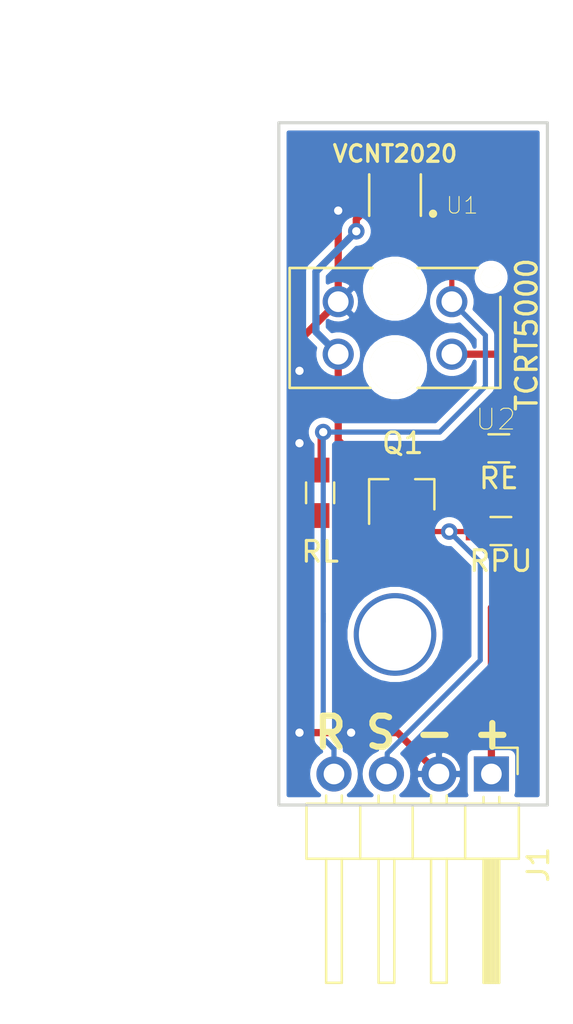
<source format=kicad_pcb>
(kicad_pcb (version 20221018) (generator pcbnew)
  (layers (0 "F.Cu" signal) (31 "B.Cu" signal) (34 "B.Paste" user) (35 "F.Paste" user) (36 "B.SilkS" user "B.Silkscreen") (37 "F.SilkS" user "F.Silkscreen") (38 "B.Mask" user) (39 "F.Mask" user) (44 "Edge.Cuts" user))
  (net 0 "")
  (net 1 "/VCC")
  (net 2 "/GND")
  (net 3 "/DRV")
  (net 4 "/RCV")
  (net 5 "Net-(Q1-Pad3)")
  (net 6 "Net-(Q1-Pad2)")
  (footprint "Resistors_SMD:R_0603_HandSoldering" (layer "F.Cu") (at 150.65 103 180)
    (fp_text reference "RE" (at 0 -1.45 180) (layer "F.SilkS"))
    (fp_text value "220")
    (fp_line (start -0.5 -0.68) (end 0.5 -0.68) (stroke (width 0.12)) (layer "F.SilkS"))
    (fp_line (start 0.5 0.68) (end -0.5 0.68) (stroke (width 0.12)) (layer "F.SilkS"))
    (pad "1" smd rect (at -1.1 0 180) (size 1.2 0.9) (layers "F.Cu" "F.Paste" "F.Mask") (net 1 "/VCC"))
    (pad "2" smd rect (at 1.1 0 180) (size 1.2 0.9) (layers "F.Cu" "F.Paste" "F.Mask") (net 5 "Net-(Q1-Pad3)"))
  )
  (footprint "Resistors_SMD:R_0603_HandSoldering" (layer "F.Cu") (at 142 105.15 -90)
    (fp_text reference "RL" (at 2.85 0) (layer "F.SilkS"))
    (fp_text value "10K")
    (fp_line (start -0.5 -0.68) (end 0.5 -0.68) (stroke (width 0.12)) (layer "F.SilkS"))
    (fp_line (start 0.5 0.68) (end -0.5 0.68) (stroke (width 0.12)) (layer "F.SilkS"))
    (pad "1" smd rect (at -1.1 0 270) (size 1.2 0.9) (layers "F.Cu" "F.Paste" "F.Mask") (net 4 "/RCV"))
    (pad "2" smd rect (at 1.1 0 270) (size 1.2 0.9) (layers "F.Cu" "F.Paste" "F.Mask") (net 2 "/GND"))
  )
  (footprint "Pin_Headers:Pin_Header_Angled_1x04_Pitch2.54mm" (layer "F.Cu") (at 150.29 118.75 -90)
    (fp_text reference "J1" (at 4.385 -2.27 90) (layer "F.SilkS"))
    (fp_text value "Conn_01x04_Female")
    (fp_line (start -1.27 -1.27) (end 0 -1.27) (stroke (width 0.12)) (layer "F.SilkS"))
    (fp_line (start -1.27 0) (end -1.27 -1.27) (stroke (width 0.12)) (layer "F.SilkS"))
    (fp_line (start 1.042929 2.16) (end 1.44 2.16) (stroke (width 0.12)) (layer "F.SilkS"))
    (fp_line (start 1.042929 2.92) (end 1.44 2.92) (stroke (width 0.12)) (layer "F.SilkS"))
    (fp_line (start 1.042929 4.7) (end 1.44 4.7) (stroke (width 0.12)) (layer "F.SilkS"))
    (fp_line (start 1.042929 5.46) (end 1.44 5.46) (stroke (width 0.12)) (layer "F.SilkS"))
    (fp_line (start 1.042929 7.24) (end 1.44 7.24) (stroke (width 0.12)) (layer "F.SilkS"))
    (fp_line (start 1.042929 8) (end 1.44 8) (stroke (width 0.12)) (layer "F.SilkS"))
    (fp_line (start 1.11 -0.38) (end 1.44 -0.38) (stroke (width 0.12)) (layer "F.SilkS"))
    (fp_line (start 1.11 0.38) (end 1.44 0.38) (stroke (width 0.12)) (layer "F.SilkS"))
    (fp_line (start 1.44 -1.33) (end 1.44 8.95) (stroke (width 0.12)) (layer "F.SilkS"))
    (fp_line (start 1.44 1.27) (end 4.1 1.27) (stroke (width 0.12)) (layer "F.SilkS"))
    (fp_line (start 1.44 3.81) (end 4.1 3.81) (stroke (width 0.12)) (layer "F.SilkS"))
    (fp_line (start 1.44 6.35) (end 4.1 6.35) (stroke (width 0.12)) (layer "F.SilkS"))
    (fp_line (start 1.44 8.95) (end 4.1 8.95) (stroke (width 0.12)) (layer "F.SilkS"))
    (fp_line (start 4.1 -1.33) (end 1.44 -1.33) (stroke (width 0.12)) (layer "F.SilkS"))
    (fp_line (start 4.1 -0.38) (end 10.1 -0.38) (stroke (width 0.12)) (layer "F.SilkS"))
    (fp_line (start 4.1 -0.32) (end 10.1 -0.32) (stroke (width 0.12)) (layer "F.SilkS"))
    (fp_line (start 4.1 -0.2) (end 10.1 -0.2) (stroke (width 0.12)) (layer "F.SilkS"))
    (fp_line (start 4.1 -0.08) (end 10.1 -0.08) (stroke (width 0.12)) (layer "F.SilkS"))
    (fp_line (start 4.1 0.04) (end 10.1 0.04) (stroke (width 0.12)) (layer "F.SilkS"))
    (fp_line (start 4.1 0.16) (end 10.1 0.16) (stroke (width 0.12)) (layer "F.SilkS"))
    (fp_line (start 4.1 0.28) (end 10.1 0.28) (stroke (width 0.12)) (layer "F.SilkS"))
    (fp_line (start 4.1 2.16) (end 10.1 2.16) (stroke (width 0.12)) (layer "F.SilkS"))
    (fp_line (start 4.1 4.7) (end 10.1 4.7) (stroke (width 0.12)) (layer "F.SilkS"))
    (fp_line (start 4.1 7.24) (end 10.1 7.24) (stroke (width 0.12)) (layer "F.SilkS"))
    (fp_line (start 4.1 8.95) (end 4.1 -1.33) (stroke (width 0.12)) (layer "F.SilkS"))
    (fp_line (start 10.1 -0.38) (end 10.1 0.38) (stroke (width 0.12)) (layer "F.SilkS"))
    (fp_line (start 10.1 0.38) (end 4.1 0.38) (stroke (width 0.12)) (layer "F.SilkS"))
    (fp_line (start 10.1 2.16) (end 10.1 2.92) (stroke (width 0.12)) (layer "F.SilkS"))
    (fp_line (start 10.1 2.92) (end 4.1 2.92) (stroke (width 0.12)) (layer "F.SilkS"))
    (fp_line (start 10.1 4.7) (end 10.1 5.46) (stroke (width 0.12)) (layer "F.SilkS"))
    (fp_line (start 10.1 5.46) (end 4.1 5.46) (stroke (width 0.12)) (layer "F.SilkS"))
    (fp_line (start 10.1 7.24) (end 10.1 8) (stroke (width 0.12)) (layer "F.SilkS"))
    (fp_line (start 10.1 8) (end 4.1 8) (stroke (width 0.12)) (layer "F.SilkS"))
    (pad "1" thru_hole rect (at 0 0 270) (size 1.7 1.7) (drill 1) (layers "*.Cu" "*.Mask") (net 1 "/VCC"))
    (pad "2" thru_hole oval (at 0 2.54 270) (size 1.7 1.7) (drill 1) (layers "*.Cu" "*.Mask") (net 2 "/GND"))
    (pad "3" thru_hole oval (at 0 5.08 270) (size 1.7 1.7) (drill 1) (layers "*.Cu" "*.Mask") (net 3 "/DRV"))
    (pad "4" thru_hole oval (at 0 7.62 270) (size 1.7 1.7) (drill 1) (layers "*.Cu" "*.Mask") (net 4 "/RCV"))
  )
  (footprint "VCNT2020:XDCR_VCNT2020" (layer "F.Cu") (at 145.625 90.75 180)
    (fp_text reference "U1" (at -3.25 -0.5 180) (layer "F.SilkS") (effects (font (size 0.801299 0.801299) (thickness 0.05))))
    (fp_text value "VCNT2020" (at 0 2 180) (layer "F.SilkS") (effects (font (size 0.801197 0.801197) (thickness 0.16))))
    (fp_line (start -1.25 1) (end -1.25 -1) (stroke (width 0.127)) (layer "F.SilkS"))
    (fp_line (start 1.25 1) (end 1.25 -1) (stroke (width 0.127)) (layer "F.SilkS"))
    (fp_circle (center -1.84 -0.9) (end -1.74 -0.9) (stroke (width 0.2)) (fill none) (layer "F.SilkS"))
    (pad "1" smd rect (at -0.57 -0.725 180) (size 0.97 0.95) (layers "F.Cu" "F.Paste" "F.Mask") (net 4 "/RCV"))
    (pad "2" smd rect (at -0.57 0.625 180) (size 0.97 1.15) (layers "F.Cu" "F.Paste" "F.Mask") (net 1 "/VCC"))
    (pad "3" smd rect (at 0.63 -0.725 180) (size 0.85 0.95) (layers "F.Cu" "F.Paste" "F.Mask") (net 6 "Net-(Q1-Pad2)"))
    (pad "4" smd rect (at 0.63 0.625 180) (size 0.85 1.15) (layers "F.Cu" "F.Paste" "F.Mask") (net 2 "/GND"))
  )
  (footprint "Resistors_SMD:R_0603_HandSoldering" (layer "F.Cu") (at 150.75 107 180)
    (fp_text reference "RPU" (at 0 -1.45 180) (layer "F.SilkS"))
    (fp_text value "10K")
    (fp_line (start -0.5 -0.68) (end 0.5 -0.68) (stroke (width 0.12)) (layer "F.SilkS"))
    (fp_line (start 0.5 0.68) (end -0.5 0.68) (stroke (width 0.12)) (layer "F.SilkS"))
    (pad "1" smd rect (at -1.1 0 180) (size 1.2 0.9) (layers "F.Cu" "F.Paste" "F.Mask") (net 1 "/VCC"))
    (pad "2" smd rect (at 1.1 0 180) (size 1.2 0.9) (layers "F.Cu" "F.Paste" "F.Mask") (net 3 "/DRV"))
  )
  (footprint "TCRT5000:OPTO_TCRT5000" (layer "F.Cu") (at 145.625001 97.175001 180)
    (fp_text reference "U2" (at -4.875001 -4.425001 180) (layer "F.SilkS") (effects (font (size 1.00413 1.00413) (thickness 0.05))))
    (fp_text value "TCRT5000" (at -6.374999 -0.324999 90) (layer "F.SilkS") (effects (font (size 1.00533 1.00533) (thickness 0.16))))
    (fp_line (start -5.1 -2.9) (end -1.1 -2.9) (stroke (width 0.127)) (layer "F.SilkS"))
    (fp_line (start -5.1 1.5) (end -5.1 -2.9) (stroke (width 0.127)) (layer "F.SilkS"))
    (fp_line (start -4 2.9) (end -1.1 2.9) (stroke (width 0.127)) (layer "F.SilkS"))
    (fp_line (start 1.1 2.9) (end 5.1 2.9) (stroke (width 0.127)) (layer "F.SilkS"))
    (fp_line (start 5.1 -2.9) (end 1.2 -2.9) (stroke (width 0.127)) (layer "F.SilkS"))
    (fp_line (start 5.1 2.9) (end 5.1 -2.9) (stroke (width 0.127)) (layer "F.SilkS"))
    (pad "" np_thru_hole circle (at -4.65 2.45 180) (size 1 1) (drill 1) (layers "*.Cu" "*.Mask" "F.SilkS"))
    (pad "" np_thru_hole circle (at 0 -1.9 180) (size 2.5 2.5) (drill 2.5) (layers "*.Cu" "*.Mask" "F.SilkS"))
    (pad "" np_thru_hole circle (at 0 1.9 180) (size 2.5 2.5) (drill 2.5) (layers "*.Cu" "*.Mask" "F.SilkS"))
    (pad "A" thru_hole circle (at 2.75 -1.27 180) (size 1.508 1.508) (drill 1) (layers "*.Cu" "*.Mask") (net 6 "Net-(Q1-Pad2)"))
    (pad "CATH" thru_hole circle (at 2.75 1.27 180) (size 1.508 1.508) (drill 1) (layers "*.Cu" "*.Mask") (net 2 "/GND"))
    (pad "COLL" thru_hole circle (at -2.75 -1.27 180) (size 1.508 1.508) (drill 1) (layers "*.Cu" "*.Mask") (net 1 "/VCC"))
    (pad "E" thru_hole circle (at -2.75 1.27 180) (size 1.508 1.508) (drill 1) (layers "*.Cu" "*.Mask") (net 4 "/RCV"))
  )
  (footprint "TO_SOT_Packages_SMD:SOT-23" (layer "F.Cu") (at 145.95 105.25 90)
    (fp_text reference "Q1" (at 2.5 0.05 180) (layer "F.SilkS"))
    (fp_text value "2N7002")
    (fp_line (start 0.76 -1.58) (end -1.4 -1.58) (stroke (width 0.12)) (layer "F.SilkS"))
    (fp_line (start 0.76 -1.58) (end 0.76 -0.65) (stroke (width 0.12)) (layer "F.SilkS"))
    (fp_line (start 0.76 1.58) (end -0.7 1.58) (stroke (width 0.12)) (layer "F.SilkS"))
    (fp_line (start 0.76 1.58) (end 0.76 0.65) (stroke (width 0.12)) (layer "F.SilkS"))
    (pad "1" smd rect (at -1 -0.95 90) (size 0.9 0.8) (layers "F.Cu" "F.Paste" "F.Mask") (net 3 "/DRV"))
    (pad "2" smd rect (at -1 0.95 90) (size 0.9 0.8) (layers "F.Cu" "F.Paste" "F.Mask") (net 6 "Net-(Q1-Pad2)"))
    (pad "3" smd rect (at 1 0 90) (size 0.9 0.8) (layers "F.Cu" "F.Paste" "F.Mask") (net 5 "Net-(Q1-Pad3)"))
  )
  (footprint "mymodules:tinyrep" (layer "B.Cu") (at 151.25 109.5 -90)
    (fp_text reference "G***" hide)
    (fp_text value "LOGO" hide)
  )
  (gr_line (start 140 87.25) (end 153 87.25) (stroke (width 0.15)) (layer "Edge.Cuts"))
  (gr_line (start 153 120.25) (end 140 120.25) (stroke (width 0.15)) (layer "Edge.Cuts"))
  (gr_line (start 140 120.25) (end 140 87.25) (stroke (width 0.15)) (layer "Edge.Cuts"))
  (gr_line (start 153 87.25) (end 153 120.25) (stroke (width 0.15)) (layer "Edge.Cuts"))
  (gr_text "R S - +" (at 146.5 116.75) (layer "F.SilkS") (effects (font (size 1.5 1.4) (thickness 0.3))))
  (via (at 145.625 112) (size 4) (drill 3.5) (layers "F.Cu" "B.Cu") (net 0))
  (segment (start 149.375 90.125) (end 152.2 92.95) (width 0.35) (layer "F.Cu") (net 1))
  (segment (start 148.375001 98.445001) (end 152.145001 98.445001) (width 0.35) (layer "F.Cu") (net 1))
  (segment (start 146.07 90.125) (end 149.375 90.125) (width 0.35) (layer "F.Cu") (net 1))
  (segment (start 152.25 108.75) (end 152.25 107) (width 0.35) (layer "F.Cu") (net 1))
  (segment (start 152.2 92.95) (end 152.2 98.5) (width 0.35) (layer "F.Cu") (net 1))
  (segment (start 152.145001 98.445001) (end 152.2 98.5) (width 0.25) (layer "F.Cu") (net 1))
  (segment (start 150.29 118.75) (end 150.29 110.71) (width 0.35) (layer "F.Cu") (net 1))
  (segment (start 152.25 107) (end 152.25 103.05) (width 0.35) (layer "F.Cu") (net 1))
  (segment (start 152.25 103.05) (end 152.2 103) (width 0.25) (layer "F.Cu") (net 1))
  (segment (start 150.29 110.71) (end 152.25 108.75) (width 0.35) (layer "F.Cu") (net 1))
  (segment (start 152.2 98.5) (end 152.2 103) (width 0.35) (layer "F.Cu") (net 1))
  (segment (start 142.875001 91.5) (end 142.875001 95.905001) (width 0.35) (layer "F.Cu") (net 2))
  (segment (start 141 99.25) (end 141 97.780002) (width 0.35) (layer "F.Cu") (net 2))
  (segment (start 141 102.75) (end 141 99.25) (width 0.35) (layer "F.Cu") (net 2))
  (segment (start 141 106.25) (end 141 102.75) (width 0.35) (layer "F.Cu") (net 2))
  (segment (start 144.87 90.125) (end 144.195 90.125) (width 0.35) (layer "F.Cu") (net 2))
  (segment (start 141 97.780002) (end 142.875001 95.905001) (width 0.35) (layer "F.Cu") (net 2))
  (segment (start 142.875001 91.444999) (end 142.875001 91.5) (width 0.25) (layer "F.Cu") (net 2))
  (segment (start 142 106.25) (end 141 106.25) (width 0.35) (layer "F.Cu") (net 2))
  (segment (start 145.75 116.75) (end 141.565685 116.75) (width 0.35) (layer "F.Cu") (net 2))
  (segment (start 144.195 90.125) (end 142.875001 91.444999) (width 0.35) (layer "F.Cu") (net 2))
  (segment (start 147.75 118.75) (end 145.75 116.75) (width 0.35) (layer "F.Cu") (net 2))
  (segment (start 141.565685 116.75) (end 141 116.75) (width 0.35) (layer "F.Cu") (net 2))
  (via (at 141 99.25) (size 0.8) (drill 0.4) (layers "F.Cu" "B.Cu") (net 2))
  (via (at 141 116.75) (size 0.8) (drill 0.4) (layers "F.Cu" "B.Cu") (net 2))
  (via (at 142.875001 91.5) (size 0.8) (drill 0.4) (layers "F.Cu" "B.Cu") (net 2))
  (via (at 143.5 116.75) (size 0.8) (drill 0.4) (layers "F.Cu" "B.Cu") (net 2))
  (via (at 141 102.75) (size 0.8) (drill 0.4) (layers "F.Cu" "B.Cu") (net 2))
  (segment (start 149.174999 107.025001) (end 148.25 107.025001) (width 0.25) (layer "F.Cu") (net 3))
  (segment (start 145 106.3) (end 145 106.25) (width 0.25) (layer "F.Cu") (net 3))
  (segment (start 148.25 107.025001) (end 145.725001 107.025001) (width 0.25) (layer "F.Cu") (net 3))
  (segment (start 145.725001 107.025001) (end 145 106.3) (width 0.25) (layer "F.Cu") (net 3))
  (segment (start 150.05 107) (end 149.174999 107.025001) (width 0.25) (layer "F.Cu") (net 3))
  (via (at 148.25 107.025001) (size 0.8) (drill 0.4) (layers "F.Cu" "B.Cu") (net 3))
  (segment (start 149.75 113.25) (end 145.25 117.75) (width 0.25) (layer "B.Cu") (net 3))
  (segment (start 149.75 108.5) (end 149.75 113.25) (width 0.25) (layer "B.Cu") (net 3))
  (segment (start 148.25 107.025001) (end 149.75 108.5) (width 0.25) (layer "B.Cu") (net 3))
  (segment (start 145.25 117.75) (end 145.21 118.75) (width 0.25) (layer "B.Cu") (net 3))
  (segment (start 146.08 91.475) (end 146.07 91.475) (width 0.25) (layer "F.Cu") (net 4))
  (segment (start 148.375001 93.770001) (end 146.08 91.475) (width 0.25) (layer "F.Cu") (net 4))
  (segment (start 142 104.05) (end 142 102.36277) (width 0.25) (layer "F.Cu") (net 4))
  (segment (start 148.375001 95.905001) (end 148.375001 93.770001) (width 0.25) (layer "F.Cu") (net 4))
  (segment (start 142 102.36277) (end 142.149991 102.212779) (width 0.25) (layer "F.Cu") (net 4))
  (segment (start 142.149991 102.500009) (end 142.149991 102.212779) (width 0.25) (layer "F.Cu") (net 4))
  (via (at 142.149991 102.212779) (size 0.8) (drill 0.4) (layers "F.Cu" "B.Cu") (net 4))
  (segment (start 147.787221 102.212779) (end 142.715676 102.212779) (width 0.25) (layer "B.Cu") (net 4))
  (segment (start 142.715676 102.212779) (end 142.149991 102.212779) (width 0.25) (layer "B.Cu") (net 4))
  (segment (start 142.149991 117.02791) (end 142.149991 111) (width 0.25) (layer "B.Cu") (net 4))
  (segment (start 142.67 118.75) (end 142.67 117.547919) (width 0.25) (layer "B.Cu") (net 4))
  (segment (start 142.149991 111) (end 142.149991 111.399991) (width 0.25) (layer "B.Cu") (net 4))
  (segment (start 142.67 117.547919) (end 142.149991 117.02791) (width 0.25) (layer "B.Cu") (net 4))
  (segment (start 150 100) (end 147.787221 102.212779) (width 0.25) (layer "B.Cu") (net 4))
  (segment (start 142.149991 102.212779) (end 142.149991 111) (width 0.25) (layer "B.Cu") (net 4))
  (segment (start 148.375001 95.905001) (end 150 97.53) (width 0.25) (layer "B.Cu") (net 4))
  (segment (start 150 97.53) (end 150 100) (width 0.25) (layer "B.Cu") (net 4))
  (segment (start 145.95 104.2) (end 145.95 104.25) (width 0.25) (layer "F.Cu") (net 5))
  (segment (start 150 103) (end 147.15 103) (width 0.35) (layer "F.Cu") (net 5))
  (segment (start 147.15 103) (end 145.95 104.2) (width 0.35) (layer "F.Cu") (net 5))
  (segment (start 146.174999 105.474999) (end 145.739997 105.474999) (width 0.35) (layer "F.Cu") (net 6))
  (segment (start 146.9 106.25) (end 146.9 106.2) (width 0.25) (layer "F.Cu") (net 6))
  (segment (start 143.75 91.92) (end 143.75 92.5) (width 0.35) (layer "F.Cu") (net 6))
  (segment (start 144.195 91.475) (end 143.75 91.92) (width 0.35) (layer "F.Cu") (net 6))
  (segment (start 146.9 106.2) (end 146.174999 105.474999) (width 0.35) (layer "F.Cu") (net 6))
  (segment (start 142.875001 99.511318) (end 142.875001 98.445001) (width 0.35) (layer "F.Cu") (net 6))
  (segment (start 145.739997 105.474999) (end 142.875001 102.610003) (width 0.35) (layer "F.Cu") (net 6))
  (segment (start 142.875001 102.610003) (end 142.875001 99.511318) (width 0.35) (layer "F.Cu") (net 6))
  (segment (start 144.87 91.475) (end 144.195 91.475) (width 0.35) (layer "F.Cu") (net 6))
  (via (at 143.75 92.5) (size 0.8) (drill 0.4) (layers "F.Cu" "B.Cu") (net 6))
  (segment (start 141.796 97.366) (end 141.796 94.454) (width 0.35) (layer "B.Cu") (net 6))
  (segment (start 143.350001 92.899999) (end 143.75 92.5) (width 0.35) (layer "B.Cu") (net 6))
  (segment (start 142.875001 98.445001) (end 141.796 97.366) (width 0.35) (layer "B.Cu") (net 6))
  (segment (start 141.796 94.454) (end 143.350001 92.899999) (width 0.35) (layer "B.Cu") (net 6))
  (zone (net 2) (net_name "/GND") (layer "B.Cu") (connect_pads (clearance 0.3)) (min_thickness 0.2) (fill yes (thermal_gap 0.2) (thermal_bridge_width 0.3) (smoothing chamfer))
    (polygon (pts (xy 138.5 120.25) (xy 154.25 120.25) (xy 154.25 87.25) (xy 138.5 87.25)))
  )
)
</source>
